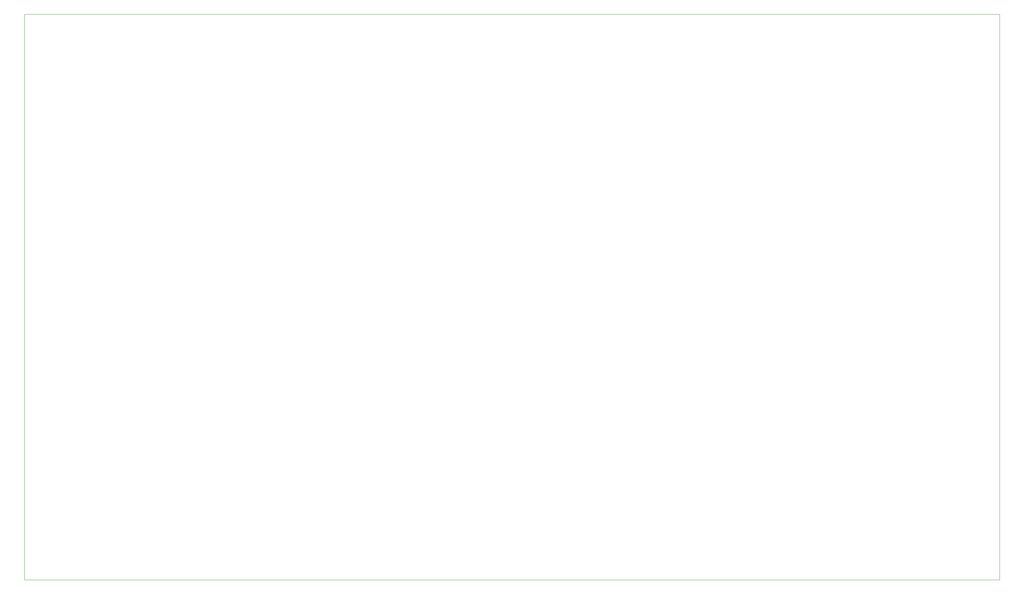
<source format=gm1>
G04 #@! TF.FileFunction,Profile,NP*
%FSLAX46Y46*%
G04 Gerber Fmt 4.6, Leading zero omitted, Abs format (unit mm)*
G04 Created by KiCad (PCBNEW 4.0.3+e1-6302~38~ubuntu16.04.1-stable) date Tue Aug 30 03:26:48 2016*
%MOMM*%
%LPD*%
G01*
G04 APERTURE LIST*
%ADD10C,0.100000*%
G04 APERTURE END LIST*
D10*
X20100000Y-165000000D02*
X20100000Y-163700000D01*
X270000000Y-165000000D02*
X270000000Y-20000000D01*
X175065504Y-165000000D02*
X270000000Y-165000000D01*
X175065504Y-165000000D02*
X20100000Y-165000000D01*
X20100000Y-20000000D02*
X270000000Y-20000000D01*
X20100000Y-163708642D02*
X20100000Y-20000000D01*
M02*

</source>
